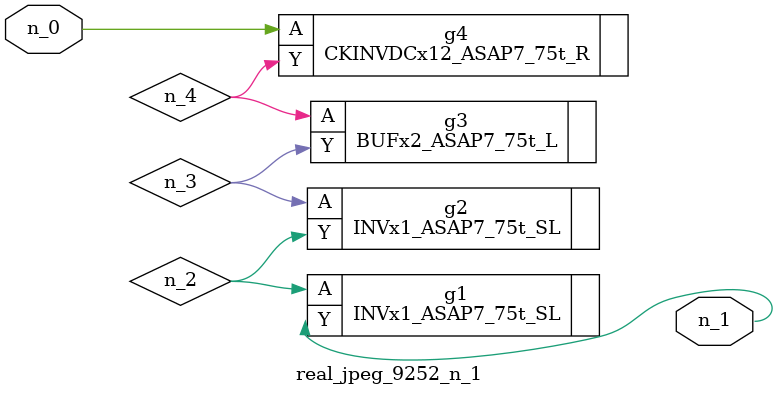
<source format=v>
module real_jpeg_9252_n_1 (n_0, n_1);

input n_0;

output n_1;

wire n_3;
wire n_4;
wire n_2;

CKINVDCx12_ASAP7_75t_R g4 ( 
.A(n_0),
.Y(n_4)
);

INVx1_ASAP7_75t_SL g1 ( 
.A(n_2),
.Y(n_1)
);

INVx1_ASAP7_75t_SL g2 ( 
.A(n_3),
.Y(n_2)
);

BUFx2_ASAP7_75t_L g3 ( 
.A(n_4),
.Y(n_3)
);


endmodule
</source>
